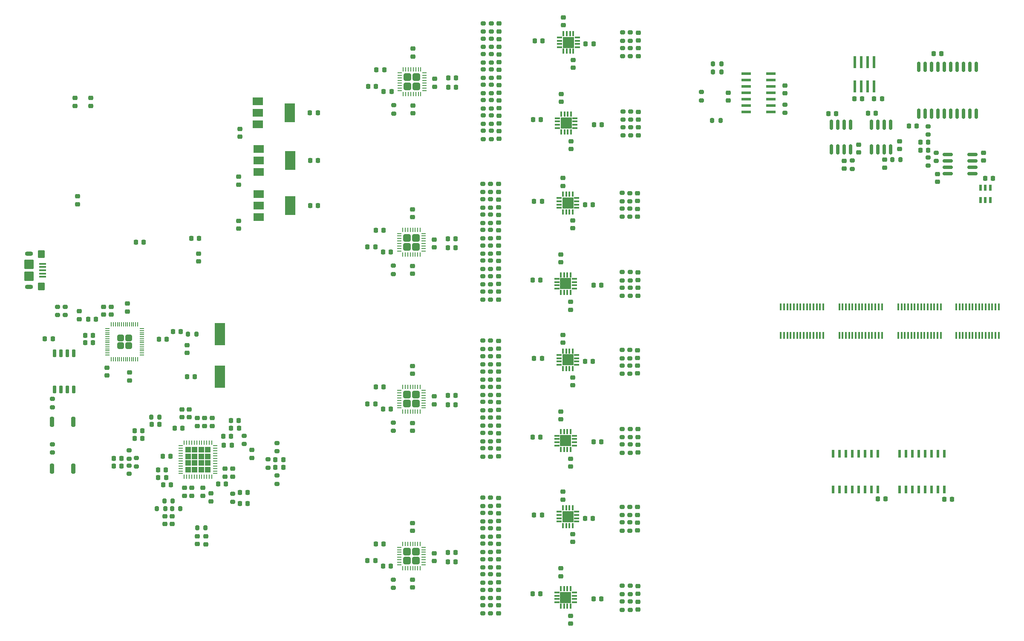
<source format=gbr>
%TF.GenerationSoftware,KiCad,Pcbnew,7.0.9*%
%TF.CreationDate,2024-03-04T14:23:28-07:00*%
%TF.ProjectId,picoAWG,7069636f-4157-4472-9e6b-696361645f70,rev?*%
%TF.SameCoordinates,Original*%
%TF.FileFunction,Paste,Top*%
%TF.FilePolarity,Positive*%
%FSLAX46Y46*%
G04 Gerber Fmt 4.6, Leading zero omitted, Abs format (unit mm)*
G04 Created by KiCad (PCBNEW 7.0.9) date 2024-03-04 14:23:28*
%MOMM*%
%LPD*%
G01*
G04 APERTURE LIST*
G04 Aperture macros list*
%AMRoundRect*
0 Rectangle with rounded corners*
0 $1 Rounding radius*
0 $2 $3 $4 $5 $6 $7 $8 $9 X,Y pos of 4 corners*
0 Add a 4 corners polygon primitive as box body*
4,1,4,$2,$3,$4,$5,$6,$7,$8,$9,$2,$3,0*
0 Add four circle primitives for the rounded corners*
1,1,$1+$1,$2,$3*
1,1,$1+$1,$4,$5*
1,1,$1+$1,$6,$7*
1,1,$1+$1,$8,$9*
0 Add four rect primitives between the rounded corners*
20,1,$1+$1,$2,$3,$4,$5,0*
20,1,$1+$1,$4,$5,$6,$7,0*
20,1,$1+$1,$6,$7,$8,$9,0*
20,1,$1+$1,$8,$9,$2,$3,0*%
G04 Aperture macros list end*
%ADD10RoundRect,0.150000X0.150000X-0.825000X0.150000X0.825000X-0.150000X0.825000X-0.150000X-0.825000X0*%
%ADD11RoundRect,0.150000X-0.825000X-0.150000X0.825000X-0.150000X0.825000X0.150000X-0.825000X0.150000X0*%
%ADD12RoundRect,0.200000X-0.200000X-0.275000X0.200000X-0.275000X0.200000X0.275000X-0.200000X0.275000X0*%
%ADD13RoundRect,0.225000X0.250000X-0.225000X0.250000X0.225000X-0.250000X0.225000X-0.250000X-0.225000X0*%
%ADD14RoundRect,0.200000X-0.275000X0.200000X-0.275000X-0.200000X0.275000X-0.200000X0.275000X0.200000X0*%
%ADD15RoundRect,0.200000X0.275000X-0.200000X0.275000X0.200000X-0.275000X0.200000X-0.275000X-0.200000X0*%
%ADD16RoundRect,0.225000X-0.250000X0.225000X-0.250000X-0.225000X0.250000X-0.225000X0.250000X0.225000X0*%
%ADD17RoundRect,0.225000X-0.225000X-0.250000X0.225000X-0.250000X0.225000X0.250000X-0.225000X0.250000X0*%
%ADD18RoundRect,0.218750X-0.256250X0.218750X-0.256250X-0.218750X0.256250X-0.218750X0.256250X0.218750X0*%
%ADD19RoundRect,0.225000X0.225000X0.250000X-0.225000X0.250000X-0.225000X-0.250000X0.225000X-0.250000X0*%
%ADD20RoundRect,0.250000X0.475000X0.475000X-0.475000X0.475000X-0.475000X-0.475000X0.475000X-0.475000X0*%
%ADD21RoundRect,0.062500X0.375000X0.062500X-0.375000X0.062500X-0.375000X-0.062500X0.375000X-0.062500X0*%
%ADD22RoundRect,0.062500X0.062500X0.375000X-0.062500X0.375000X-0.062500X-0.375000X0.062500X-0.375000X0*%
%ADD23R,0.355600X1.473200*%
%ADD24R,0.304800X1.066800*%
%ADD25R,1.066800X0.304800*%
%ADD26R,2.260600X2.260600*%
%ADD27RoundRect,0.200000X0.200000X0.800000X-0.200000X0.800000X-0.200000X-0.800000X0.200000X-0.800000X0*%
%ADD28RoundRect,0.218750X0.218750X0.256250X-0.218750X0.256250X-0.218750X-0.256250X0.218750X-0.256250X0*%
%ADD29R,2.000000X4.500000*%
%ADD30RoundRect,0.200000X0.200000X0.275000X-0.200000X0.275000X-0.200000X-0.275000X0.200000X-0.275000X0*%
%ADD31R,0.508000X1.270000*%
%ADD32R,0.600000X1.500000*%
%ADD33R,1.981200X0.558800*%
%ADD34RoundRect,0.150000X0.150000X-0.650000X0.150000X0.650000X-0.150000X0.650000X-0.150000X-0.650000X0*%
%ADD35RoundRect,0.150000X-0.150000X0.875000X-0.150000X-0.875000X0.150000X-0.875000X0.150000X0.875000X0*%
%ADD36R,0.622132X2.469157*%
%ADD37RoundRect,0.218750X0.256250X-0.218750X0.256250X0.218750X-0.256250X0.218750X-0.256250X-0.218750X0*%
%ADD38R,2.000000X1.500000*%
%ADD39R,2.000000X3.800000*%
%ADD40R,0.254000X0.812800*%
%ADD41R,0.812800X0.254000*%
%ADD42RoundRect,0.249999X0.395001X-0.395001X0.395001X0.395001X-0.395001X0.395001X-0.395001X-0.395001X0*%
%ADD43RoundRect,0.050000X0.050000X-0.387500X0.050000X0.387500X-0.050000X0.387500X-0.050000X-0.387500X0*%
%ADD44RoundRect,0.050000X0.387500X-0.050000X0.387500X0.050000X-0.387500X0.050000X-0.387500X-0.050000X0*%
%ADD45RoundRect,0.100000X-0.575000X0.100000X-0.575000X-0.100000X0.575000X-0.100000X0.575000X0.100000X0*%
%ADD46O,1.600000X0.900000*%
%ADD47RoundRect,0.250000X-0.450000X0.550000X-0.450000X-0.550000X0.450000X-0.550000X0.450000X0.550000X0*%
%ADD48RoundRect,0.250000X-0.700000X0.700000X-0.700000X-0.700000X0.700000X-0.700000X0.700000X0.700000X0*%
G04 APERTURE END LIST*
%TO.C,U25*%
G36*
X92192500Y-118025550D02*
G01*
X91078050Y-118025550D01*
X91078050Y-116911100D01*
X92192500Y-116911100D01*
X92192500Y-118025550D01*
G37*
G36*
X90878050Y-118025550D02*
G01*
X89763600Y-118025550D01*
X89763600Y-116911100D01*
X90878050Y-116911100D01*
X90878050Y-118025550D01*
G37*
G36*
X89563600Y-118025550D02*
G01*
X88449150Y-118025550D01*
X88449150Y-116911100D01*
X89563600Y-116911100D01*
X89563600Y-118025550D01*
G37*
G36*
X88249150Y-118025550D02*
G01*
X87134700Y-118025550D01*
X87134700Y-116911100D01*
X88249150Y-116911100D01*
X88249150Y-118025550D01*
G37*
G36*
X92192500Y-119340000D02*
G01*
X91078050Y-119340000D01*
X91078050Y-118225550D01*
X92192500Y-118225550D01*
X92192500Y-119340000D01*
G37*
G36*
X90878050Y-119340000D02*
G01*
X89763600Y-119340000D01*
X89763600Y-118225550D01*
X90878050Y-118225550D01*
X90878050Y-119340000D01*
G37*
G36*
X89563600Y-119340000D02*
G01*
X88449150Y-119340000D01*
X88449150Y-118225550D01*
X89563600Y-118225550D01*
X89563600Y-119340000D01*
G37*
G36*
X88249150Y-119340000D02*
G01*
X87134700Y-119340000D01*
X87134700Y-118225550D01*
X88249150Y-118225550D01*
X88249150Y-119340000D01*
G37*
G36*
X92192500Y-120654450D02*
G01*
X91078050Y-120654450D01*
X91078050Y-119540000D01*
X92192500Y-119540000D01*
X92192500Y-120654450D01*
G37*
G36*
X90878050Y-120654450D02*
G01*
X89763600Y-120654450D01*
X89763600Y-119540000D01*
X90878050Y-119540000D01*
X90878050Y-120654450D01*
G37*
G36*
X89563600Y-120654450D02*
G01*
X88449150Y-120654450D01*
X88449150Y-119540000D01*
X89563600Y-119540000D01*
X89563600Y-120654450D01*
G37*
G36*
X88249150Y-120654450D02*
G01*
X87134700Y-120654450D01*
X87134700Y-119540000D01*
X88249150Y-119540000D01*
X88249150Y-120654450D01*
G37*
G36*
X92192500Y-121968900D02*
G01*
X91078050Y-121968900D01*
X91078050Y-120854450D01*
X92192500Y-120854450D01*
X92192500Y-121968900D01*
G37*
G36*
X90878050Y-121968900D02*
G01*
X89763600Y-121968900D01*
X89763600Y-120854450D01*
X90878050Y-120854450D01*
X90878050Y-121968900D01*
G37*
G36*
X89563600Y-121968900D02*
G01*
X88449150Y-121968900D01*
X88449150Y-120854450D01*
X89563600Y-120854450D01*
X89563600Y-121968900D01*
G37*
G36*
X88249150Y-121968900D02*
G01*
X87134700Y-121968900D01*
X87134700Y-120854450D01*
X88249150Y-120854450D01*
X88249150Y-121968900D01*
G37*
%TD*%
D10*
%TO.C,U19*%
X215470000Y-57751401D03*
X216740000Y-57751401D03*
X218010000Y-57751401D03*
X219280000Y-57751401D03*
X219280000Y-52801401D03*
X218010000Y-52801401D03*
X216740000Y-52801401D03*
X215470000Y-52801401D03*
%TD*%
%TO.C,U20*%
X223470000Y-57751401D03*
X224740000Y-57751401D03*
X226010000Y-57751401D03*
X227280000Y-57751401D03*
X227280000Y-52801401D03*
X226010000Y-52801401D03*
X224740000Y-52801401D03*
X223470000Y-52801401D03*
%TD*%
D11*
%TO.C,U23*%
X238625000Y-58745000D03*
X238625000Y-60015000D03*
X238625000Y-61285000D03*
X238625000Y-62555000D03*
X243575000Y-62555000D03*
X243575000Y-61285000D03*
X243575000Y-60015000D03*
X243575000Y-58745000D03*
%TD*%
D12*
%TO.C,R122*%
X84492200Y-129190000D03*
X86142200Y-129190000D03*
%TD*%
D13*
%TO.C,C121*%
X149455000Y-49505000D03*
X149455000Y-47955000D03*
%TD*%
D14*
%TO.C,R128*%
X98841310Y-114678730D03*
X98841310Y-116328730D03*
%TD*%
D13*
%TO.C,C55*%
X149350000Y-115725000D03*
X149350000Y-114175000D03*
%TD*%
D15*
%TO.C,R66*%
X146252500Y-72348730D03*
X146252500Y-70698730D03*
%TD*%
D16*
%TO.C,C60*%
X136620000Y-106848730D03*
X136620000Y-108398730D03*
%TD*%
D15*
%TO.C,R91*%
X146357500Y-40410000D03*
X146357500Y-38760000D03*
%TD*%
D13*
%TO.C,C122*%
X149457500Y-40360000D03*
X149457500Y-38810000D03*
%TD*%
D15*
%TO.C,R67*%
X146252500Y-75398730D03*
X146252500Y-73748730D03*
%TD*%
%TO.C,R92*%
X146357500Y-43460000D03*
X146357500Y-41810000D03*
%TD*%
%TO.C,R80*%
X175472500Y-68053730D03*
X175472500Y-66403730D03*
%TD*%
D13*
%TO.C,C8*%
X70897500Y-90577500D03*
X70897500Y-89027500D03*
%TD*%
D15*
%TO.C,R73*%
X173962500Y-86878429D03*
X173962500Y-85228429D03*
%TD*%
D17*
%TO.C,C97*%
X166575000Y-68699332D03*
X168125000Y-68699332D03*
%TD*%
D16*
%TO.C,C142*%
X229090000Y-56095000D03*
X229090000Y-57645000D03*
%TD*%
D18*
%TO.C,D1*%
X65200000Y-47512500D03*
X65200000Y-49087500D03*
%TD*%
D19*
%TO.C,C54*%
X140845000Y-108523730D03*
X139295000Y-108523730D03*
%TD*%
D16*
%TO.C,C46*%
X161744401Y-141056270D03*
X161744401Y-142606270D03*
%TD*%
D20*
%TO.C,U12*%
X132975000Y-77093730D03*
X132975000Y-75293730D03*
X131175000Y-77093730D03*
X131175000Y-75293730D03*
D21*
X134512500Y-77943730D03*
X134512500Y-77443730D03*
X134512500Y-76943730D03*
X134512500Y-76443730D03*
X134512500Y-75943730D03*
X134512500Y-75443730D03*
X134512500Y-74943730D03*
X134512500Y-74443730D03*
D22*
X133825000Y-73756230D03*
X133325000Y-73756230D03*
X132825000Y-73756230D03*
X132325000Y-73756230D03*
X131825000Y-73756230D03*
X131325000Y-73756230D03*
X130825000Y-73756230D03*
X130325000Y-73756230D03*
D21*
X129637500Y-74443730D03*
X129637500Y-74943730D03*
X129637500Y-75443730D03*
X129637500Y-75943730D03*
X129637500Y-76443730D03*
X129637500Y-76943730D03*
X129637500Y-77443730D03*
X129637500Y-77943730D03*
D22*
X130325000Y-78631230D03*
X130825000Y-78631230D03*
X131325000Y-78631230D03*
X131825000Y-78631230D03*
X132325000Y-78631230D03*
X132825000Y-78631230D03*
X133325000Y-78631230D03*
X133825000Y-78631230D03*
%TD*%
D13*
%TO.C,C132*%
X177167500Y-54889699D03*
X177167500Y-53339699D03*
%TD*%
D17*
%TO.C,C43*%
X168244401Y-147131270D03*
X169794401Y-147131270D03*
%TD*%
%TO.C,C172*%
X94666310Y-114753730D03*
X96216310Y-114753730D03*
%TD*%
D15*
%TO.C,R59*%
X146250000Y-66218730D03*
X146250000Y-64568730D03*
%TD*%
D16*
%TO.C,C118*%
X132380000Y-37680000D03*
X132380000Y-39230000D03*
%TD*%
D15*
%TO.C,R53*%
X175512500Y-114975000D03*
X175512500Y-113325000D03*
%TD*%
D17*
%TO.C,C158*%
X96227800Y-111690000D03*
X97777800Y-111690000D03*
%TD*%
%TO.C,C160*%
X98002800Y-125940000D03*
X99552800Y-125940000D03*
%TD*%
D14*
%TO.C,R99*%
X174067500Y-50180000D03*
X174067500Y-51830000D03*
%TD*%
D15*
%TO.C,R62*%
X147800000Y-69293730D03*
X147800000Y-67643730D03*
%TD*%
D23*
%TO.C,U30*%
X228805000Y-94719400D03*
X229455001Y-94719400D03*
X230105000Y-94719400D03*
X230755001Y-94719400D03*
X231404999Y-94719400D03*
X232055001Y-94719400D03*
X232704999Y-94719400D03*
X233354998Y-94719400D03*
X234004999Y-94719400D03*
X234654998Y-94719400D03*
X235304999Y-94719400D03*
X235954998Y-94719400D03*
X236604999Y-94719400D03*
X237254998Y-94719400D03*
X237255000Y-89080600D03*
X236604999Y-89080600D03*
X235955000Y-89080600D03*
X235304999Y-89080600D03*
X234655001Y-89080600D03*
X234004999Y-89080600D03*
X233355001Y-89080600D03*
X232704999Y-89080600D03*
X232055001Y-89080600D03*
X231404999Y-89080600D03*
X230755001Y-89080600D03*
X230105000Y-89080600D03*
X229455001Y-89080600D03*
X228805000Y-89080600D03*
%TD*%
D24*
%TO.C,U17*%
X164230000Y-34670301D03*
X163580002Y-34670301D03*
X162930000Y-34670301D03*
X162280002Y-34670301D03*
D25*
X161489701Y-35460602D03*
X161489701Y-36110600D03*
X161489701Y-36760602D03*
X161489701Y-37410600D03*
D24*
X162280002Y-38200901D03*
X162930000Y-38200901D03*
X163580002Y-38200901D03*
X164230000Y-38200901D03*
D25*
X165020301Y-37410600D03*
X165020301Y-36760602D03*
X165020301Y-36110600D03*
X165020301Y-35460602D03*
D26*
X163255001Y-36435601D03*
%TD*%
D19*
%TO.C,C146*%
X237375000Y-38700000D03*
X235825000Y-38700000D03*
%TD*%
D16*
%TO.C,C74*%
X161744401Y-109850000D03*
X161744401Y-111400000D03*
%TD*%
D15*
%TO.C,R71*%
X147802500Y-75398730D03*
X147802500Y-73748730D03*
%TD*%
%TO.C,R106*%
X219660000Y-61605000D03*
X219660000Y-59955000D03*
%TD*%
%TO.C,R79*%
X175462500Y-71134031D03*
X175462500Y-69484031D03*
%TD*%
D13*
%TO.C,C77*%
X177062500Y-114925000D03*
X177062500Y-113375000D03*
%TD*%
D15*
%TO.C,R121*%
X105335000Y-117765000D03*
X105335000Y-116115000D03*
%TD*%
D14*
%TO.C,R101*%
X174027500Y-34460000D03*
X174027500Y-36110000D03*
%TD*%
D15*
%TO.C,R28*%
X175512500Y-146181270D03*
X175512500Y-144531270D03*
%TD*%
D17*
%TO.C,C162*%
X96252800Y-113190000D03*
X97802800Y-113190000D03*
%TD*%
D20*
%TO.C,U15*%
X133080000Y-45155000D03*
X133080000Y-43355000D03*
X131280000Y-45155000D03*
X131280000Y-43355000D03*
D21*
X134617500Y-46005000D03*
X134617500Y-45505000D03*
X134617500Y-45005000D03*
X134617500Y-44505000D03*
X134617500Y-44005000D03*
X134617500Y-43505000D03*
X134617500Y-43005000D03*
X134617500Y-42505000D03*
D22*
X133930000Y-41817500D03*
X133430000Y-41817500D03*
X132930000Y-41817500D03*
X132430000Y-41817500D03*
X131930000Y-41817500D03*
X131430000Y-41817500D03*
X130930000Y-41817500D03*
X130430000Y-41817500D03*
D21*
X129742500Y-42505000D03*
X129742500Y-43005000D03*
X129742500Y-43505000D03*
X129742500Y-44005000D03*
X129742500Y-44505000D03*
X129742500Y-45005000D03*
X129742500Y-45505000D03*
X129742500Y-46005000D03*
D22*
X130430000Y-46692500D03*
X130930000Y-46692500D03*
X131430000Y-46692500D03*
X131930000Y-46692500D03*
X132430000Y-46692500D03*
X132930000Y-46692500D03*
X133430000Y-46692500D03*
X133930000Y-46692500D03*
%TD*%
D15*
%TO.C,R89*%
X146355000Y-46528730D03*
X146355000Y-44878730D03*
%TD*%
D16*
%TO.C,C180*%
X86961310Y-125058730D03*
X86961310Y-126608730D03*
%TD*%
D13*
%TO.C,C57*%
X149350000Y-100450000D03*
X149350000Y-98900000D03*
%TD*%
D15*
%TO.C,R64*%
X146250000Y-78467460D03*
X146250000Y-76817460D03*
%TD*%
%TO.C,R93*%
X147905000Y-46528730D03*
X147905000Y-44878730D03*
%TD*%
D23*
%TO.C,U31*%
X240315000Y-94689400D03*
X240965001Y-94689400D03*
X241615000Y-94689400D03*
X242265001Y-94689400D03*
X242914999Y-94689400D03*
X243565001Y-94689400D03*
X244214999Y-94689400D03*
X244864998Y-94689400D03*
X245514999Y-94689400D03*
X246164998Y-94689400D03*
X246814999Y-94689400D03*
X247464998Y-94689400D03*
X248114999Y-94689400D03*
X248764998Y-94689400D03*
X248765000Y-89050600D03*
X248114999Y-89050600D03*
X247465000Y-89050600D03*
X246814999Y-89050600D03*
X246165001Y-89050600D03*
X245514999Y-89050600D03*
X244865001Y-89050600D03*
X244214999Y-89050600D03*
X243565001Y-89050600D03*
X242914999Y-89050600D03*
X242265001Y-89050600D03*
X241615000Y-89050600D03*
X240965001Y-89050600D03*
X240315000Y-89050600D03*
%TD*%
D14*
%TO.C,R109*%
X234750000Y-53125000D03*
X234750000Y-54775000D03*
%TD*%
D13*
%TO.C,C123*%
X149457500Y-43410000D03*
X149457500Y-41860000D03*
%TD*%
D27*
%TO.C,SW2*%
X64860000Y-121190000D03*
X60660000Y-121190000D03*
%TD*%
D17*
%TO.C,C127*%
X168349401Y-52780000D03*
X169899401Y-52780000D03*
%TD*%
D15*
%TO.C,R85*%
X147905000Y-52630000D03*
X147905000Y-50980000D03*
%TD*%
D17*
%TO.C,C153*%
X105060000Y-119430000D03*
X106610000Y-119430000D03*
%TD*%
D15*
%TO.C,R32*%
X146250000Y-118825000D03*
X146250000Y-117175000D03*
%TD*%
D28*
%TO.C,L1*%
X89886190Y-75436270D03*
X88311190Y-75436270D03*
%TD*%
D13*
%TO.C,C76*%
X177062500Y-118034699D03*
X177062500Y-116484699D03*
%TD*%
D19*
%TO.C,C26*%
X140845000Y-139730000D03*
X139295000Y-139730000D03*
%TD*%
D16*
%TO.C,C102*%
X161744401Y-78643730D03*
X161744401Y-80193730D03*
%TD*%
D15*
%TO.C,R77*%
X175512500Y-86878429D03*
X175512500Y-85228429D03*
%TD*%
D17*
%TO.C,C171*%
X237925000Y-127300000D03*
X239475000Y-127300000D03*
%TD*%
D13*
%TO.C,C113*%
X149455000Y-37305000D03*
X149455000Y-35755000D03*
%TD*%
%TO.C,C5*%
X66111310Y-91483730D03*
X66111310Y-89933730D03*
%TD*%
D15*
%TO.C,R8*%
X146250000Y-131706270D03*
X146250000Y-130056270D03*
%TD*%
D14*
%TO.C,R119*%
X105335000Y-122615000D03*
X105335000Y-124265000D03*
%TD*%
D15*
%TO.C,R2*%
X63310000Y-90685000D03*
X63310000Y-89035000D03*
%TD*%
D23*
%TO.C,U29*%
X217095000Y-94699400D03*
X217745001Y-94699400D03*
X218395000Y-94699400D03*
X219045001Y-94699400D03*
X219694999Y-94699400D03*
X220345001Y-94699400D03*
X220994999Y-94699400D03*
X221644998Y-94699400D03*
X222294999Y-94699400D03*
X222944998Y-94699400D03*
X223594999Y-94699400D03*
X224244998Y-94699400D03*
X224894999Y-94699400D03*
X225544998Y-94699400D03*
X225545000Y-89060600D03*
X224894999Y-89060600D03*
X224245000Y-89060600D03*
X223594999Y-89060600D03*
X222945001Y-89060600D03*
X222294999Y-89060600D03*
X221645001Y-89060600D03*
X220994999Y-89060600D03*
X220345001Y-89060600D03*
X219694999Y-89060600D03*
X219045001Y-89060600D03*
X218395000Y-89060600D03*
X217745001Y-89060600D03*
X217095000Y-89060600D03*
%TD*%
D19*
%TO.C,C166*%
X74477800Y-119190000D03*
X72927800Y-119190000D03*
%TD*%
D14*
%TO.C,R127*%
X75952800Y-120625000D03*
X75952800Y-122275000D03*
%TD*%
D12*
%TO.C,R124*%
X82992200Y-127690000D03*
X84642200Y-127690000D03*
%TD*%
D16*
%TO.C,C32*%
X136620000Y-138055000D03*
X136620000Y-139605000D03*
%TD*%
D15*
%TO.C,R43*%
X147808690Y-109611270D03*
X147808690Y-107961270D03*
%TD*%
%TO.C,R37*%
X147800000Y-100500000D03*
X147800000Y-98850000D03*
%TD*%
%TO.C,R4*%
X60760000Y-109015000D03*
X60760000Y-107365000D03*
%TD*%
D17*
%TO.C,C41*%
X166575000Y-131111872D03*
X168125000Y-131111872D03*
%TD*%
D13*
%TO.C,C135*%
X177117500Y-36060000D03*
X177117500Y-34510000D03*
%TD*%
D19*
%TO.C,C89*%
X127995000Y-78167460D03*
X126445000Y-78167460D03*
%TD*%
D24*
%TO.C,U7*%
X161733677Y-148607670D03*
X162383675Y-148607670D03*
X163033677Y-148607670D03*
X163683675Y-148607670D03*
D25*
X164473976Y-147817369D03*
X164473976Y-147167371D03*
X164473976Y-146517369D03*
X164473976Y-145867371D03*
D24*
X163683675Y-145077070D03*
X163033677Y-145077070D03*
X162383675Y-145077070D03*
X161733677Y-145077070D03*
D25*
X160943376Y-145867371D03*
X160943376Y-146517369D03*
X160943376Y-147167371D03*
X160943376Y-147817369D03*
D26*
X162708676Y-146842370D03*
%TD*%
D20*
%TO.C,U9*%
X132975000Y-108300000D03*
X132975000Y-106500000D03*
X131175000Y-108300000D03*
X131175000Y-106500000D03*
D21*
X134512500Y-109150000D03*
X134512500Y-108650000D03*
X134512500Y-108150000D03*
X134512500Y-107650000D03*
X134512500Y-107150000D03*
X134512500Y-106650000D03*
X134512500Y-106150000D03*
X134512500Y-105650000D03*
D22*
X133825000Y-104962500D03*
X133325000Y-104962500D03*
X132825000Y-104962500D03*
X132325000Y-104962500D03*
X131825000Y-104962500D03*
X131325000Y-104962500D03*
X130825000Y-104962500D03*
X130325000Y-104962500D03*
D21*
X129637500Y-105650000D03*
X129637500Y-106150000D03*
X129637500Y-106650000D03*
X129637500Y-107150000D03*
X129637500Y-107650000D03*
X129637500Y-108150000D03*
X129637500Y-108650000D03*
X129637500Y-109150000D03*
D22*
X130325000Y-109837500D03*
X130825000Y-109837500D03*
X131325000Y-109837500D03*
X131825000Y-109837500D03*
X132325000Y-109837500D03*
X132825000Y-109837500D03*
X133325000Y-109837500D03*
X133825000Y-109837500D03*
%TD*%
D19*
%TO.C,C138*%
X247625000Y-63450000D03*
X246075000Y-63450000D03*
%TD*%
D14*
%TO.C,R26*%
X173922500Y-128811270D03*
X173922500Y-130461270D03*
%TD*%
D16*
%TO.C,C136*%
X218065000Y-59990000D03*
X218065000Y-61540000D03*
%TD*%
D23*
%TO.C,U28*%
X205455000Y-94729400D03*
X206105001Y-94729400D03*
X206755000Y-94729400D03*
X207405001Y-94729400D03*
X208054999Y-94729400D03*
X208705001Y-94729400D03*
X209354999Y-94729400D03*
X210004998Y-94729400D03*
X210654999Y-94729400D03*
X211304998Y-94729400D03*
X211954999Y-94729400D03*
X212604998Y-94729400D03*
X213254999Y-94729400D03*
X213904998Y-94729400D03*
X213905000Y-89090600D03*
X213254999Y-89090600D03*
X212605000Y-89090600D03*
X211954999Y-89090600D03*
X211305001Y-89090600D03*
X210654999Y-89090600D03*
X210005001Y-89090600D03*
X209354999Y-89090600D03*
X208705001Y-89090600D03*
X208054999Y-89090600D03*
X207405001Y-89090600D03*
X206755000Y-89090600D03*
X206105001Y-89090600D03*
X205455000Y-89090600D03*
%TD*%
D13*
%TO.C,C48*%
X177062500Y-149240969D03*
X177062500Y-147690969D03*
%TD*%
D15*
%TO.C,R98*%
X174067500Y-54939699D03*
X174067500Y-53289699D03*
%TD*%
D14*
%TO.C,R114*%
X189718690Y-46311270D03*
X189718690Y-47961270D03*
%TD*%
D24*
%TO.C,U13*%
X161733677Y-86195130D03*
X162383675Y-86195130D03*
X163033677Y-86195130D03*
X163683675Y-86195130D03*
D25*
X164473976Y-85404829D03*
X164473976Y-84754831D03*
X164473976Y-84104829D03*
X164473976Y-83454831D03*
D24*
X163683675Y-82664530D03*
X163033677Y-82664530D03*
X162383675Y-82664530D03*
X161733677Y-82664530D03*
D25*
X160943376Y-83454831D03*
X160943376Y-84104829D03*
X160943376Y-84754831D03*
X160943376Y-85404829D03*
D26*
X162708676Y-84429830D03*
%TD*%
D15*
%TO.C,R36*%
X147800000Y-118825000D03*
X147800000Y-117175000D03*
%TD*%
D16*
%TO.C,C156*%
X83067200Y-130665000D03*
X83067200Y-132215000D03*
%TD*%
D13*
%TO.C,C38*%
X149352500Y-134711270D03*
X149352500Y-133161270D03*
%TD*%
D15*
%TO.C,R123*%
X103585000Y-121015000D03*
X103585000Y-119365000D03*
%TD*%
%TO.C,R86*%
X147905000Y-55680000D03*
X147905000Y-54030000D03*
%TD*%
D16*
%TO.C,C173*%
X100391310Y-117528730D03*
X100391310Y-119078730D03*
%TD*%
D15*
%TO.C,R126*%
X75952800Y-119265000D03*
X75952800Y-117615000D03*
%TD*%
%TO.C,R22*%
X128450000Y-144931270D03*
X128450000Y-143281270D03*
%TD*%
D12*
%TO.C,R131*%
X89510000Y-132990000D03*
X91160000Y-132990000D03*
%TD*%
D15*
%TO.C,R70*%
X147802500Y-72348730D03*
X147802500Y-70698730D03*
%TD*%
%TO.C,R60*%
X147800000Y-84568730D03*
X147800000Y-82918730D03*
%TD*%
%TO.C,R35*%
X147800000Y-115775000D03*
X147800000Y-114125000D03*
%TD*%
%TO.C,R75*%
X173922500Y-71134031D03*
X173922500Y-69484031D03*
%TD*%
D13*
%TO.C,C107*%
X177012500Y-67998730D03*
X177012500Y-66448730D03*
%TD*%
D15*
%TO.C,R19*%
X147800000Y-143906270D03*
X147800000Y-142256270D03*
%TD*%
D19*
%TO.C,C186*%
X83310000Y-122960000D03*
X81760000Y-122960000D03*
%TD*%
D13*
%TO.C,C51*%
X177012500Y-130411270D03*
X177012500Y-128861270D03*
%TD*%
D17*
%TO.C,C99*%
X168244401Y-84718730D03*
X169794401Y-84718730D03*
%TD*%
%TO.C,C1*%
X87485000Y-102940000D03*
X89035000Y-102940000D03*
%TD*%
D15*
%TO.C,R44*%
X147800000Y-112700000D03*
X147800000Y-111050000D03*
%TD*%
%TO.C,R25*%
X173922500Y-133546571D03*
X173922500Y-131896571D03*
%TD*%
%TO.C,R94*%
X147905000Y-49555000D03*
X147905000Y-47905000D03*
%TD*%
D19*
%TO.C,C110*%
X140950000Y-45378730D03*
X139400000Y-45378730D03*
%TD*%
D16*
%TO.C,C179*%
X88461310Y-125058730D03*
X88461310Y-126608730D03*
%TD*%
D15*
%TO.C,R48*%
X173962500Y-118084699D03*
X173962500Y-116434699D03*
%TD*%
D14*
%TO.C,R76*%
X173922500Y-66398730D03*
X173922500Y-68048730D03*
%TD*%
D17*
%TO.C,C21*%
X111943690Y-59936270D03*
X113493690Y-59936270D03*
%TD*%
D16*
%TO.C,C157*%
X86452800Y-109415000D03*
X86452800Y-110965000D03*
%TD*%
D15*
%TO.C,R125*%
X96527800Y-127829000D03*
X96527800Y-126179000D03*
%TD*%
D17*
%TO.C,C170*%
X224705000Y-127270000D03*
X226255000Y-127270000D03*
%TD*%
D19*
%TO.C,C117*%
X128100000Y-46228730D03*
X126550000Y-46228730D03*
%TD*%
D15*
%TO.C,R33*%
X146250000Y-100500000D03*
X146250000Y-98850000D03*
%TD*%
D13*
%TO.C,C184*%
X91000000Y-112715000D03*
X91000000Y-111165000D03*
%TD*%
D16*
%TO.C,C16*%
X97718690Y-63161270D03*
X97718690Y-64711270D03*
%TD*%
D14*
%TO.C,R5*%
X60760000Y-116365000D03*
X60760000Y-118015000D03*
%TD*%
D15*
%TO.C,R88*%
X147905000Y-34280000D03*
X147905000Y-32630000D03*
%TD*%
D19*
%TO.C,C181*%
X84285000Y-124440000D03*
X82735000Y-124440000D03*
%TD*%
D18*
%TO.C,D2*%
X65710000Y-67055000D03*
X65710000Y-68630000D03*
%TD*%
D15*
%TO.C,R40*%
X146250000Y-112700000D03*
X146250000Y-111050000D03*
%TD*%
D16*
%TO.C,C137*%
X226080000Y-61330000D03*
X226080000Y-59780000D03*
%TD*%
D15*
%TO.C,R81*%
X146355000Y-52630000D03*
X146355000Y-50980000D03*
%TD*%
D16*
%TO.C,C128*%
X162255000Y-31473730D03*
X162255000Y-33023730D03*
%TD*%
D29*
%TO.C,Y1*%
X94010000Y-102940000D03*
X94010000Y-94440000D03*
%TD*%
D30*
%TO.C,R130*%
X82027800Y-110940000D03*
X80377800Y-110940000D03*
%TD*%
D15*
%TO.C,R47*%
X128450000Y-113725000D03*
X128450000Y-112075000D03*
%TD*%
D13*
%TO.C,C65*%
X149350000Y-112650000D03*
X149350000Y-111100000D03*
%TD*%
D19*
%TO.C,C13*%
X60785000Y-95440000D03*
X59235000Y-95440000D03*
%TD*%
D15*
%TO.C,R27*%
X175512500Y-149290969D03*
X175512500Y-147640969D03*
%TD*%
%TO.C,R20*%
X147802500Y-134761270D03*
X147802500Y-133111270D03*
%TD*%
D13*
%TO.C,C67*%
X149352500Y-106555000D03*
X149352500Y-105005000D03*
%TD*%
D15*
%TO.C,R117*%
X206318690Y-50461270D03*
X206318690Y-48811270D03*
%TD*%
D14*
%TO.C,R1*%
X61760000Y-89025000D03*
X61760000Y-90675000D03*
%TD*%
D13*
%TO.C,C49*%
X177062500Y-146131270D03*
X177062500Y-144581270D03*
%TD*%
D15*
%TO.C,R38*%
X147800000Y-97425000D03*
X147800000Y-95775000D03*
%TD*%
D13*
%TO.C,C28*%
X149350000Y-149981270D03*
X149350000Y-148431270D03*
%TD*%
D17*
%TO.C,C24*%
X123345000Y-139530000D03*
X124895000Y-139530000D03*
%TD*%
D13*
%TO.C,C112*%
X149455000Y-55630000D03*
X149455000Y-54080000D03*
%TD*%
D31*
%TO.C,U18*%
X247050001Y-65380800D03*
X246100000Y-65380800D03*
X245149999Y-65380800D03*
X245149999Y-67819200D03*
X246100000Y-67819200D03*
X247050001Y-67819200D03*
%TD*%
D32*
%TO.C,U27*%
X237905000Y-118290000D03*
X236635000Y-118290000D03*
X235365000Y-118290000D03*
X234095000Y-118290000D03*
X232825000Y-118290000D03*
X231555000Y-118290000D03*
X230285000Y-118290000D03*
X229015000Y-118290000D03*
X229015000Y-125390000D03*
X230285000Y-125390000D03*
X231555000Y-125390000D03*
X232825000Y-125390000D03*
X234095000Y-125390000D03*
X235365000Y-125390000D03*
X236635000Y-125390000D03*
X237905000Y-125390000D03*
%TD*%
D17*
%TO.C,C69*%
X166575000Y-99905602D03*
X168125000Y-99905602D03*
%TD*%
D13*
%TO.C,C39*%
X149352500Y-137761270D03*
X149352500Y-136211270D03*
%TD*%
D24*
%TO.C,U14*%
X164125000Y-66609031D03*
X163475002Y-66609031D03*
X162825000Y-66609031D03*
X162175002Y-66609031D03*
D25*
X161384701Y-67399332D03*
X161384701Y-68049330D03*
X161384701Y-68699332D03*
X161384701Y-69349330D03*
D24*
X162175002Y-70139631D03*
X162825000Y-70139631D03*
X163475002Y-70139631D03*
X164125000Y-70139631D03*
D25*
X164915301Y-69349330D03*
X164915301Y-68699332D03*
X164915301Y-68049330D03*
X164915301Y-67399332D03*
D26*
X163150001Y-68374331D03*
%TD*%
D16*
%TO.C,C177*%
X92211310Y-126158730D03*
X92211310Y-127708730D03*
%TD*%
D15*
%TO.C,R52*%
X175512500Y-118084699D03*
X175512500Y-116434699D03*
%TD*%
D13*
%TO.C,C91*%
X132275000Y-82468730D03*
X132275000Y-80918730D03*
%TD*%
D15*
%TO.C,R58*%
X146250000Y-69293730D03*
X146250000Y-67643730D03*
%TD*%
%TO.C,R90*%
X146355000Y-49555000D03*
X146355000Y-47905000D03*
%TD*%
D19*
%TO.C,C187*%
X83285000Y-121440000D03*
X81735000Y-121440000D03*
%TD*%
D15*
%TO.C,R50*%
X173922500Y-102340301D03*
X173922500Y-100690301D03*
%TD*%
D13*
%TO.C,C104*%
X177062500Y-86828429D03*
X177062500Y-85278429D03*
%TD*%
D17*
%TO.C,C31*%
X125000000Y-136206270D03*
X126550000Y-136206270D03*
%TD*%
D15*
%TO.C,R10*%
X147800000Y-146981270D03*
X147800000Y-145331270D03*
%TD*%
%TO.C,R34*%
X146250000Y-97425000D03*
X146250000Y-95775000D03*
%TD*%
D19*
%TO.C,C141*%
X224345000Y-50520000D03*
X222795000Y-50520000D03*
%TD*%
%TO.C,C139*%
X216480000Y-50650000D03*
X214930000Y-50650000D03*
%TD*%
D13*
%TO.C,C94*%
X149352500Y-72298730D03*
X149352500Y-70748730D03*
%TD*%
%TO.C,C106*%
X177012500Y-71084031D03*
X177012500Y-69534031D03*
%TD*%
D15*
%TO.C,R68*%
X147800000Y-78467460D03*
X147800000Y-76817460D03*
%TD*%
%TO.C,R97*%
X128555000Y-50580000D03*
X128555000Y-48930000D03*
%TD*%
D13*
%TO.C,C40*%
X164100000Y-135825000D03*
X164100000Y-134275000D03*
%TD*%
D15*
%TO.C,R83*%
X146355000Y-37355000D03*
X146355000Y-35705000D03*
%TD*%
D24*
%TO.C,U10*%
X161733677Y-117401400D03*
X162383675Y-117401400D03*
X163033677Y-117401400D03*
X163683675Y-117401400D03*
D25*
X164473976Y-116611099D03*
X164473976Y-115961101D03*
X164473976Y-115311099D03*
X164473976Y-114661101D03*
D24*
X163683675Y-113870800D03*
X163033677Y-113870800D03*
X162383675Y-113870800D03*
X161733677Y-113870800D03*
D25*
X160943376Y-114661101D03*
X160943376Y-115311099D03*
X160943376Y-115961101D03*
X160943376Y-116611099D03*
D26*
X162708676Y-115636100D03*
%TD*%
D13*
%TO.C,C95*%
X149352500Y-75348730D03*
X149352500Y-73798730D03*
%TD*%
%TO.C,C124*%
X164205000Y-41473730D03*
X164205000Y-39923730D03*
%TD*%
D15*
%TO.C,R103*%
X175617500Y-51830000D03*
X175617500Y-50180000D03*
%TD*%
D19*
%TO.C,C165*%
X74477800Y-120690000D03*
X72927800Y-120690000D03*
%TD*%
D15*
%TO.C,R21*%
X147802500Y-137811270D03*
X147802500Y-136161270D03*
%TD*%
%TO.C,R55*%
X175472500Y-99260000D03*
X175472500Y-97610000D03*
%TD*%
D13*
%TO.C,C78*%
X177012500Y-102290301D03*
X177012500Y-100740301D03*
%TD*%
D16*
%TO.C,C19*%
X97968690Y-53661270D03*
X97968690Y-55211270D03*
%TD*%
D13*
%TO.C,C111*%
X149455000Y-52580000D03*
X149455000Y-51030000D03*
%TD*%
D15*
%TO.C,R96*%
X147907500Y-43460000D03*
X147907500Y-41810000D03*
%TD*%
D16*
%TO.C,C151*%
X206268690Y-44986270D03*
X206268690Y-46536270D03*
%TD*%
%TO.C,C175*%
X96561310Y-121258730D03*
X96561310Y-122808730D03*
%TD*%
D13*
%TO.C,C134*%
X177117500Y-39145301D03*
X177117500Y-37595301D03*
%TD*%
D17*
%TO.C,C161*%
X98002800Y-128190000D03*
X99552800Y-128190000D03*
%TD*%
D19*
%TO.C,C4*%
X68785000Y-96190000D03*
X67235000Y-96190000D03*
%TD*%
D17*
%TO.C,C144*%
X220050000Y-47626401D03*
X221600000Y-47626401D03*
%TD*%
%TO.C,C87*%
X125000000Y-73793730D03*
X126550000Y-73793730D03*
%TD*%
%TO.C,C143*%
X224000000Y-47626401D03*
X225550000Y-47626401D03*
%TD*%
%TO.C,C174*%
X93636310Y-124283730D03*
X95186310Y-124283730D03*
%TD*%
D33*
%TO.C,U24*%
X198598823Y-42626270D03*
X198598823Y-43896270D03*
X198598823Y-45166270D03*
X198598823Y-46436270D03*
X198598823Y-47706270D03*
X198598823Y-48976270D03*
X198598823Y-50246270D03*
X203526423Y-50246270D03*
X203526423Y-48976270D03*
X203526423Y-47706270D03*
X203526423Y-46436270D03*
X203526423Y-45166270D03*
X203526423Y-43896270D03*
X203526423Y-42626270D03*
%TD*%
D15*
%TO.C,R72*%
X128450000Y-82518730D03*
X128450000Y-80868730D03*
%TD*%
D14*
%TO.C,R24*%
X173962500Y-144531270D03*
X173962500Y-146181270D03*
%TD*%
D34*
%TO.C,U2*%
X61136310Y-105503730D03*
X62406310Y-105503730D03*
X63676310Y-105503730D03*
X64946310Y-105503730D03*
X64946310Y-98303730D03*
X63676310Y-98303730D03*
X62406310Y-98303730D03*
X61136310Y-98303730D03*
%TD*%
D15*
%TO.C,R78*%
X175512500Y-83768730D03*
X175512500Y-82118730D03*
%TD*%
D17*
%TO.C,C108*%
X123450000Y-45178730D03*
X125000000Y-45178730D03*
%TD*%
D19*
%TO.C,C129*%
X158099401Y-36110602D03*
X156549401Y-36110602D03*
%TD*%
D16*
%TO.C,C130*%
X161849401Y-46705000D03*
X161849401Y-48255000D03*
%TD*%
%TO.C,C159*%
X87952800Y-109415000D03*
X87952800Y-110965000D03*
%TD*%
D13*
%TO.C,C35*%
X132275000Y-144881270D03*
X132275000Y-143331270D03*
%TD*%
%TO.C,C70*%
X163700000Y-120818730D03*
X163700000Y-119268730D03*
%TD*%
%TO.C,C63*%
X132275000Y-113675000D03*
X132275000Y-112125000D03*
%TD*%
%TO.C,C85*%
X149350000Y-69243730D03*
X149350000Y-67693730D03*
%TD*%
D15*
%TO.C,R42*%
X146252500Y-106605000D03*
X146252500Y-104955000D03*
%TD*%
%TO.C,R15*%
X146250000Y-143906270D03*
X146250000Y-142256270D03*
%TD*%
D19*
%TO.C,C131*%
X157797500Y-51780000D03*
X156247500Y-51780000D03*
%TD*%
D35*
%TO.C,U22*%
X244315000Y-41300000D03*
X243045000Y-41300000D03*
X241775000Y-41300000D03*
X240505000Y-41300000D03*
X239235000Y-41300000D03*
X237965000Y-41300000D03*
X236695000Y-41300000D03*
X235425000Y-41300000D03*
X234155000Y-41300000D03*
X232885000Y-41300000D03*
X232885000Y-50600000D03*
X234155000Y-50600000D03*
X235425000Y-50600000D03*
X236695000Y-50600000D03*
X237965000Y-50600000D03*
X239235000Y-50600000D03*
X240505000Y-50600000D03*
X241775000Y-50600000D03*
X243045000Y-50600000D03*
X244315000Y-50600000D03*
%TD*%
D15*
%TO.C,R14*%
X146250000Y-140880000D03*
X146250000Y-139230000D03*
%TD*%
%TO.C,R41*%
X146252500Y-103555000D03*
X146252500Y-101905000D03*
%TD*%
D16*
%TO.C,C100*%
X162150000Y-63412460D03*
X162150000Y-64962460D03*
%TD*%
D15*
%TO.C,R102*%
X175617500Y-54939699D03*
X175617500Y-53289699D03*
%TD*%
%TO.C,R111*%
X236380000Y-60015000D03*
X236380000Y-58365000D03*
%TD*%
%TO.C,R23*%
X173962500Y-149290969D03*
X173962500Y-147640969D03*
%TD*%
D14*
%TO.C,R49*%
X173962500Y-113325000D03*
X173962500Y-114975000D03*
%TD*%
D13*
%TO.C,C83*%
X149350000Y-84518730D03*
X149350000Y-82968730D03*
%TD*%
D15*
%TO.C,R84*%
X146355000Y-34280000D03*
X146355000Y-32630000D03*
%TD*%
%TO.C,R54*%
X175462500Y-102340301D03*
X175462500Y-100690301D03*
%TD*%
D19*
%TO.C,C101*%
X157994401Y-68049332D03*
X156444401Y-68049332D03*
%TD*%
D13*
%TO.C,C27*%
X149350000Y-146931270D03*
X149350000Y-145381270D03*
%TD*%
D15*
%TO.C,R30*%
X175472500Y-130466270D03*
X175472500Y-128816270D03*
%TD*%
D19*
%TO.C,C103*%
X157692500Y-83718730D03*
X156142500Y-83718730D03*
%TD*%
D15*
%TO.C,R12*%
X147800000Y-131706270D03*
X147800000Y-130056270D03*
%TD*%
D13*
%TO.C,C66*%
X149352500Y-103505000D03*
X149352500Y-101955000D03*
%TD*%
D17*
%TO.C,C52*%
X123345000Y-108323730D03*
X124895000Y-108323730D03*
%TD*%
D13*
%TO.C,C42*%
X163700000Y-152025000D03*
X163700000Y-150475000D03*
%TD*%
D30*
%TO.C,R115*%
X193643690Y-42286270D03*
X191993690Y-42286270D03*
%TD*%
D36*
%TO.C,U21*%
X223980000Y-40362802D03*
X222710000Y-40362802D03*
X221440000Y-40362802D03*
X220170000Y-40362802D03*
X220170000Y-45190000D03*
X221440000Y-45190000D03*
X222710000Y-45190000D03*
X223980000Y-45190000D03*
%TD*%
D15*
%TO.C,R56*%
X146250000Y-84568730D03*
X146250000Y-82918730D03*
%TD*%
D19*
%TO.C,C188*%
X84186310Y-118733730D03*
X82636310Y-118733730D03*
%TD*%
%TO.C,C33*%
X127995000Y-140580000D03*
X126445000Y-140580000D03*
%TD*%
%TO.C,C81*%
X140845000Y-75467460D03*
X139295000Y-75467460D03*
%TD*%
D37*
%TO.C,F1*%
X68350000Y-49087500D03*
X68350000Y-47512500D03*
%TD*%
D15*
%TO.C,R63*%
X147800000Y-66218730D03*
X147800000Y-64568730D03*
%TD*%
D20*
%TO.C,U6*%
X132975000Y-139506270D03*
X132975000Y-137706270D03*
X131175000Y-139506270D03*
X131175000Y-137706270D03*
D21*
X134512500Y-140356270D03*
X134512500Y-139856270D03*
X134512500Y-139356270D03*
X134512500Y-138856270D03*
X134512500Y-138356270D03*
X134512500Y-137856270D03*
X134512500Y-137356270D03*
X134512500Y-136856270D03*
D22*
X133825000Y-136168770D03*
X133325000Y-136168770D03*
X132825000Y-136168770D03*
X132325000Y-136168770D03*
X131825000Y-136168770D03*
X131325000Y-136168770D03*
X130825000Y-136168770D03*
X130325000Y-136168770D03*
D21*
X129637500Y-136856270D03*
X129637500Y-137356270D03*
X129637500Y-137856270D03*
X129637500Y-138356270D03*
X129637500Y-138856270D03*
X129637500Y-139356270D03*
X129637500Y-139856270D03*
X129637500Y-140356270D03*
D22*
X130325000Y-141043770D03*
X130825000Y-141043770D03*
X131325000Y-141043770D03*
X131825000Y-141043770D03*
X132325000Y-141043770D03*
X132825000Y-141043770D03*
X133325000Y-141043770D03*
X133825000Y-141043770D03*
%TD*%
D15*
%TO.C,R46*%
X147802500Y-106605000D03*
X147802500Y-104955000D03*
%TD*%
D13*
%TO.C,C84*%
X149350000Y-87568730D03*
X149350000Y-86018730D03*
%TD*%
D17*
%TO.C,C145*%
X230925000Y-53050000D03*
X232475000Y-53050000D03*
%TD*%
%TO.C,C80*%
X123345000Y-77117460D03*
X124895000Y-77117460D03*
%TD*%
D12*
%TO.C,R3*%
X87685000Y-94440000D03*
X89335000Y-94440000D03*
%TD*%
D16*
%TO.C,C176*%
X95071310Y-121258730D03*
X95071310Y-122808730D03*
%TD*%
D17*
%TO.C,C169*%
X77075000Y-115200000D03*
X78625000Y-115200000D03*
%TD*%
D13*
%TO.C,C133*%
X177167500Y-51780000D03*
X177167500Y-50230000D03*
%TD*%
D15*
%TO.C,R13*%
X147800000Y-128631270D03*
X147800000Y-126981270D03*
%TD*%
%TO.C,R100*%
X174027500Y-39195301D03*
X174027500Y-37545301D03*
%TD*%
D13*
%TO.C,C149*%
X245740000Y-59965000D03*
X245740000Y-58415000D03*
%TD*%
D19*
%TO.C,C14*%
X68785000Y-94690000D03*
X67235000Y-94690000D03*
%TD*%
D16*
%TO.C,C17*%
X97718690Y-71911270D03*
X97718690Y-73461270D03*
%TD*%
D12*
%TO.C,R113*%
X191993690Y-40686270D03*
X193643690Y-40686270D03*
%TD*%
D19*
%TO.C,C75*%
X157692500Y-114925000D03*
X156142500Y-114925000D03*
%TD*%
D15*
%TO.C,R31*%
X146250000Y-115775000D03*
X146250000Y-114125000D03*
%TD*%
D38*
%TO.C,U4*%
X101718690Y-66586270D03*
X101718690Y-68886270D03*
D39*
X108018690Y-68886270D03*
D38*
X101718690Y-71186270D03*
%TD*%
D13*
%TO.C,C12*%
X72441310Y-90578730D03*
X72441310Y-89028730D03*
%TD*%
%TO.C,C29*%
X149350000Y-131656270D03*
X149350000Y-130106270D03*
%TD*%
D30*
%TO.C,R107*%
X227605000Y-59780000D03*
X229255000Y-59780000D03*
%TD*%
D16*
%TO.C,C18*%
X89800000Y-78425000D03*
X89800000Y-79975000D03*
%TD*%
D24*
%TO.C,U16*%
X161838677Y-54256400D03*
X162488675Y-54256400D03*
X163138677Y-54256400D03*
X163788675Y-54256400D03*
D25*
X164578976Y-53466099D03*
X164578976Y-52816101D03*
X164578976Y-52166099D03*
X164578976Y-51516101D03*
D24*
X163788675Y-50725800D03*
X163138677Y-50725800D03*
X162488675Y-50725800D03*
X161838677Y-50725800D03*
D25*
X161048376Y-51516101D03*
X161048376Y-52166099D03*
X161048376Y-52816101D03*
X161048376Y-53466099D03*
D26*
X162813676Y-52491100D03*
%TD*%
D27*
%TO.C,SW1*%
X64860000Y-111940000D03*
X60660000Y-111940000D03*
%TD*%
D15*
%TO.C,R11*%
X147800000Y-150031270D03*
X147800000Y-148381270D03*
%TD*%
D24*
%TO.C,U8*%
X164125000Y-129021571D03*
X163475002Y-129021571D03*
X162825000Y-129021571D03*
X162175002Y-129021571D03*
D25*
X161384701Y-129811872D03*
X161384701Y-130461870D03*
X161384701Y-131111872D03*
X161384701Y-131761870D03*
D24*
X162175002Y-132552171D03*
X162825000Y-132552171D03*
X163475002Y-132552171D03*
X164125000Y-132552171D03*
D25*
X164915301Y-131761870D03*
X164915301Y-131111872D03*
X164915301Y-130461870D03*
X164915301Y-129811872D03*
D26*
X163150001Y-130786871D03*
%TD*%
D15*
%TO.C,R39*%
X146258690Y-109611270D03*
X146258690Y-107961270D03*
%TD*%
D16*
%TO.C,C178*%
X90661310Y-125058730D03*
X90661310Y-126608730D03*
%TD*%
D24*
%TO.C,U11*%
X164125000Y-97815301D03*
X163475002Y-97815301D03*
X162825000Y-97815301D03*
X162175002Y-97815301D03*
D25*
X161384701Y-98605602D03*
X161384701Y-99255600D03*
X161384701Y-99905602D03*
X161384701Y-100555600D03*
D24*
X162175002Y-101345901D03*
X162825000Y-101345901D03*
X163475002Y-101345901D03*
X164125000Y-101345901D03*
D25*
X164915301Y-100555600D03*
X164915301Y-99905602D03*
X164915301Y-99255600D03*
X164915301Y-98605602D03*
D26*
X163150001Y-99580601D03*
%TD*%
D30*
%TO.C,R120*%
X83142200Y-129190000D03*
X81492200Y-129190000D03*
%TD*%
D13*
%TO.C,C37*%
X149350000Y-143856270D03*
X149350000Y-142306270D03*
%TD*%
D14*
%TO.C,R110*%
X234750000Y-59325000D03*
X234750000Y-60975000D03*
%TD*%
D12*
%TO.C,R116*%
X191843690Y-51936270D03*
X193493690Y-51936270D03*
%TD*%
D13*
%TO.C,C150*%
X236610000Y-64165000D03*
X236610000Y-62615000D03*
%TD*%
%TO.C,C68*%
X164100000Y-104618730D03*
X164100000Y-103068730D03*
%TD*%
D15*
%TO.C,R9*%
X146250000Y-128631270D03*
X146250000Y-126981270D03*
%TD*%
D17*
%TO.C,C115*%
X125105000Y-41855000D03*
X126655000Y-41855000D03*
%TD*%
D13*
%TO.C,C58*%
X149350000Y-97375000D03*
X149350000Y-95825000D03*
%TD*%
D15*
%TO.C,R104*%
X175567500Y-39195301D03*
X175567500Y-37545301D03*
%TD*%
D16*
%TO.C,C2*%
X87510000Y-96665000D03*
X87510000Y-98215000D03*
%TD*%
%TO.C,C62*%
X132275000Y-100825000D03*
X132275000Y-102375000D03*
%TD*%
D13*
%TO.C,C30*%
X149350000Y-128581270D03*
X149350000Y-127031270D03*
%TD*%
D40*
%TO.C,U25*%
X92413600Y-116036400D03*
X91913601Y-116036400D03*
X91413599Y-116036400D03*
X90913600Y-116036400D03*
X90413601Y-116036400D03*
X89913600Y-116036400D03*
X89413600Y-116036400D03*
X88913599Y-116036400D03*
X88413600Y-116036400D03*
X87913601Y-116036400D03*
X87413599Y-116036400D03*
X86913600Y-116036400D03*
D41*
X86260000Y-116690000D03*
X86260000Y-117189999D03*
X86260000Y-117690001D03*
X86260000Y-118190000D03*
X86260000Y-118689999D03*
X86260000Y-119190000D03*
X86260000Y-119690000D03*
X86260000Y-120190001D03*
X86260000Y-120690000D03*
X86260000Y-121189999D03*
X86260000Y-121690001D03*
X86260000Y-122190000D03*
D40*
X86913600Y-122843600D03*
X87413599Y-122843600D03*
X87913601Y-122843600D03*
X88413600Y-122843600D03*
X88913599Y-122843600D03*
X89413600Y-122843600D03*
X89913600Y-122843600D03*
X90413601Y-122843600D03*
X90913600Y-122843600D03*
X91413599Y-122843600D03*
X91913601Y-122843600D03*
X92413600Y-122843600D03*
D41*
X93067200Y-122190000D03*
X93067200Y-121690001D03*
X93067200Y-121189999D03*
X93067200Y-120690000D03*
X93067200Y-120190001D03*
X93067200Y-119690000D03*
X93067200Y-119190000D03*
X93067200Y-118689999D03*
X93067200Y-118190000D03*
X93067200Y-117690001D03*
X93067200Y-117189999D03*
X93067200Y-116690000D03*
%TD*%
D19*
%TO.C,C53*%
X140845000Y-106673730D03*
X139295000Y-106673730D03*
%TD*%
D13*
%TO.C,C50*%
X177012500Y-133496571D03*
X177012500Y-131946571D03*
%TD*%
D15*
%TO.C,R45*%
X147802500Y-103555000D03*
X147802500Y-101905000D03*
%TD*%
%TO.C,R105*%
X175577500Y-36115000D03*
X175577500Y-34465000D03*
%TD*%
D32*
%TO.C,U26*%
X224705000Y-118270000D03*
X223435000Y-118270000D03*
X222165000Y-118270000D03*
X220895000Y-118270000D03*
X219625000Y-118270000D03*
X218355000Y-118270000D03*
X217085000Y-118270000D03*
X215815000Y-118270000D03*
X215815000Y-125370000D03*
X217085000Y-125370000D03*
X218355000Y-125370000D03*
X219625000Y-125370000D03*
X220895000Y-125370000D03*
X222165000Y-125370000D03*
X223435000Y-125370000D03*
X224705000Y-125370000D03*
%TD*%
D17*
%TO.C,C163*%
X77075000Y-113650000D03*
X78625000Y-113650000D03*
%TD*%
D13*
%TO.C,C79*%
X177012500Y-99205000D03*
X177012500Y-97655000D03*
%TD*%
D17*
%TO.C,C125*%
X166680000Y-36760602D03*
X168230000Y-36760602D03*
%TD*%
D15*
%TO.C,R6*%
X146250000Y-146981270D03*
X146250000Y-145331270D03*
%TD*%
%TO.C,R65*%
X146250000Y-81493730D03*
X146250000Y-79843730D03*
%TD*%
D16*
%TO.C,C44*%
X162150000Y-125825000D03*
X162150000Y-127375000D03*
%TD*%
D17*
%TO.C,C22*%
X77323690Y-76186270D03*
X78873690Y-76186270D03*
%TD*%
D16*
%TO.C,C168*%
X89510000Y-134690000D03*
X89510000Y-136240000D03*
%TD*%
D17*
%TO.C,C147*%
X233200000Y-56300000D03*
X234750000Y-56300000D03*
%TD*%
D19*
%TO.C,C45*%
X157994401Y-130461872D03*
X156444401Y-130461872D03*
%TD*%
D16*
%TO.C,C167*%
X91260000Y-134715000D03*
X91260000Y-136265000D03*
%TD*%
D15*
%TO.C,R17*%
X146252500Y-137811270D03*
X146252500Y-136161270D03*
%TD*%
%TO.C,R82*%
X146355000Y-55680000D03*
X146355000Y-54030000D03*
%TD*%
D14*
%TO.C,R51*%
X173922500Y-97605000D03*
X173922500Y-99255000D03*
%TD*%
D17*
%TO.C,C148*%
X233200000Y-57850000D03*
X234750000Y-57850000D03*
%TD*%
D13*
%TO.C,C6*%
X75611310Y-89958730D03*
X75611310Y-88408730D03*
%TD*%
D19*
%TO.C,C109*%
X140950000Y-43528730D03*
X139400000Y-43528730D03*
%TD*%
D16*
%TO.C,C88*%
X136620000Y-75642460D03*
X136620000Y-77192460D03*
%TD*%
D13*
%TO.C,C92*%
X149350000Y-78417460D03*
X149350000Y-76867460D03*
%TD*%
D16*
%TO.C,C11*%
X71541310Y-101128730D03*
X71541310Y-102678730D03*
%TD*%
D38*
%TO.C,U5*%
X101568690Y-48136270D03*
X101568690Y-50436270D03*
D39*
X107868690Y-50436270D03*
D38*
X101568690Y-52736270D03*
%TD*%
D13*
%TO.C,C105*%
X177062500Y-83718730D03*
X177062500Y-82168730D03*
%TD*%
%TO.C,C56*%
X149350000Y-118775000D03*
X149350000Y-117225000D03*
%TD*%
D14*
%TO.C,R74*%
X173962500Y-82118730D03*
X173962500Y-83768730D03*
%TD*%
D13*
%TO.C,C126*%
X163805000Y-57673730D03*
X163805000Y-56123730D03*
%TD*%
D42*
%TO.C,U1*%
X74260000Y-96790000D03*
X75860000Y-96790000D03*
X74260000Y-95190000D03*
X75860000Y-95190000D03*
D43*
X72460000Y-99427500D03*
X72860000Y-99427500D03*
X73260000Y-99427500D03*
X73660000Y-99427500D03*
X74060000Y-99427500D03*
X74460000Y-99427500D03*
X74860000Y-99427500D03*
X75260000Y-99427500D03*
X75660000Y-99427500D03*
X76060000Y-99427500D03*
X76460000Y-99427500D03*
X76860000Y-99427500D03*
X77260000Y-99427500D03*
X77660000Y-99427500D03*
D44*
X78497500Y-98590000D03*
X78497500Y-98190000D03*
X78497500Y-97790000D03*
X78497500Y-97390000D03*
X78497500Y-96990000D03*
X78497500Y-96590000D03*
X78497500Y-96190000D03*
X78497500Y-95790000D03*
X78497500Y-95390000D03*
X78497500Y-94990000D03*
X78497500Y-94590000D03*
X78497500Y-94190000D03*
X78497500Y-93790000D03*
X78497500Y-93390000D03*
D43*
X77660000Y-92552500D03*
X77260000Y-92552500D03*
X76860000Y-92552500D03*
X76460000Y-92552500D03*
X76060000Y-92552500D03*
X75660000Y-92552500D03*
X75260000Y-92552500D03*
X74860000Y-92552500D03*
X74460000Y-92552500D03*
X74060000Y-92552500D03*
X73660000Y-92552500D03*
X73260000Y-92552500D03*
X72860000Y-92552500D03*
X72460000Y-92552500D03*
D44*
X71622500Y-93390000D03*
X71622500Y-93790000D03*
X71622500Y-94190000D03*
X71622500Y-94590000D03*
X71622500Y-94990000D03*
X71622500Y-95390000D03*
X71622500Y-95790000D03*
X71622500Y-96190000D03*
X71622500Y-96590000D03*
X71622500Y-96990000D03*
X71622500Y-97390000D03*
X71622500Y-97790000D03*
X71622500Y-98190000D03*
X71622500Y-98590000D03*
%TD*%
D13*
%TO.C,C183*%
X89510000Y-112715000D03*
X89510000Y-111165000D03*
%TD*%
D15*
%TO.C,R95*%
X147907500Y-40410000D03*
X147907500Y-38760000D03*
%TD*%
D17*
%TO.C,C164*%
X80427800Y-112440000D03*
X81977800Y-112440000D03*
%TD*%
D15*
%TO.C,R7*%
X146250000Y-150031270D03*
X146250000Y-148381270D03*
%TD*%
D13*
%TO.C,C86*%
X149350000Y-66168730D03*
X149350000Y-64618730D03*
%TD*%
D16*
%TO.C,C72*%
X162150000Y-94618730D03*
X162150000Y-96168730D03*
%TD*%
D19*
%TO.C,C47*%
X157692500Y-146131270D03*
X156142500Y-146131270D03*
%TD*%
D17*
%TO.C,C59*%
X125000000Y-105000000D03*
X126550000Y-105000000D03*
%TD*%
D15*
%TO.C,R16*%
X146252500Y-134761270D03*
X146252500Y-133111270D03*
%TD*%
D14*
%TO.C,R129*%
X77452800Y-119115000D03*
X77452800Y-120765000D03*
%TD*%
D15*
%TO.C,R61*%
X147800000Y-87618730D03*
X147800000Y-85968730D03*
%TD*%
D19*
%TO.C,C182*%
X86586310Y-113183730D03*
X85036310Y-113183730D03*
%TD*%
D13*
%TO.C,C64*%
X149358690Y-109561270D03*
X149358690Y-108011270D03*
%TD*%
D17*
%TO.C,C9*%
X81866310Y-95503730D03*
X83416310Y-95503730D03*
%TD*%
D15*
%TO.C,R57*%
X146250000Y-87618730D03*
X146250000Y-85968730D03*
%TD*%
D17*
%TO.C,C71*%
X168244401Y-115925000D03*
X169794401Y-115925000D03*
%TD*%
%TO.C,C189*%
X94816310Y-116603730D03*
X96366310Y-116603730D03*
%TD*%
D13*
%TO.C,C185*%
X92510000Y-112715000D03*
X92510000Y-111165000D03*
%TD*%
D19*
%TO.C,C82*%
X140845000Y-77317460D03*
X139295000Y-77317460D03*
%TD*%
D13*
%TO.C,C96*%
X164100000Y-73412460D03*
X164100000Y-71862460D03*
%TD*%
D15*
%TO.C,R69*%
X147800000Y-81493730D03*
X147800000Y-79843730D03*
%TD*%
D19*
%TO.C,C7*%
X69386310Y-91483730D03*
X67836310Y-91483730D03*
%TD*%
D13*
%TO.C,C114*%
X149455000Y-34230000D03*
X149455000Y-32680000D03*
%TD*%
%TO.C,C120*%
X149455000Y-46478730D03*
X149455000Y-44928730D03*
%TD*%
D38*
%TO.C,U3*%
X101718690Y-57636270D03*
X101718690Y-59936270D03*
D39*
X108018690Y-59936270D03*
D38*
X101718690Y-62236270D03*
%TD*%
D13*
%TO.C,C98*%
X163700000Y-89612460D03*
X163700000Y-88062460D03*
%TD*%
D17*
%TO.C,C154*%
X105060000Y-120940000D03*
X106610000Y-120940000D03*
%TD*%
D16*
%TO.C,C140*%
X220940000Y-56805000D03*
X220940000Y-58355000D03*
%TD*%
D15*
%TO.C,R18*%
X147800000Y-140880000D03*
X147800000Y-139230000D03*
%TD*%
D13*
%TO.C,C119*%
X132380000Y-50530000D03*
X132380000Y-48980000D03*
%TD*%
D16*
%TO.C,C152*%
X195050000Y-46475000D03*
X195050000Y-48025000D03*
%TD*%
D17*
%TO.C,C23*%
X111918690Y-50436270D03*
X113468690Y-50436270D03*
%TD*%
%TO.C,C3*%
X84666310Y-93953730D03*
X86216310Y-93953730D03*
%TD*%
D15*
%TO.C,R87*%
X147905000Y-37355000D03*
X147905000Y-35705000D03*
%TD*%
%TO.C,R29*%
X175462500Y-133546571D03*
X175462500Y-131896571D03*
%TD*%
D19*
%TO.C,C61*%
X127995000Y-109373730D03*
X126445000Y-109373730D03*
%TD*%
%TO.C,C73*%
X157994401Y-99255602D03*
X156444401Y-99255602D03*
%TD*%
D16*
%TO.C,C10*%
X76041310Y-102128730D03*
X76041310Y-103678730D03*
%TD*%
%TO.C,C34*%
X132275000Y-132031270D03*
X132275000Y-133581270D03*
%TD*%
%TO.C,C90*%
X132275000Y-69618730D03*
X132275000Y-71168730D03*
%TD*%
D13*
%TO.C,C93*%
X149350000Y-81443730D03*
X149350000Y-79893730D03*
%TD*%
D16*
%TO.C,C155*%
X84567200Y-130665000D03*
X84567200Y-132215000D03*
%TD*%
D13*
%TO.C,C36*%
X149350000Y-140830000D03*
X149350000Y-139280000D03*
%TD*%
D19*
%TO.C,C25*%
X140845000Y-137880000D03*
X139295000Y-137880000D03*
%TD*%
D17*
%TO.C,C20*%
X111943690Y-68936270D03*
X113493690Y-68936270D03*
%TD*%
D45*
%TO.C,J2*%
X58795000Y-80470000D03*
X58795000Y-81120000D03*
X58795000Y-81770000D03*
X58795000Y-82420000D03*
X58795000Y-83070000D03*
D46*
X56120000Y-78470000D03*
D47*
X58570000Y-78570000D03*
D48*
X56120000Y-80570000D03*
X56120000Y-82970000D03*
D47*
X58570000Y-84970000D03*
D46*
X56120000Y-85070000D03*
%TD*%
D16*
%TO.C,C116*%
X136725000Y-43703730D03*
X136725000Y-45253730D03*
%TD*%
M02*

</source>
